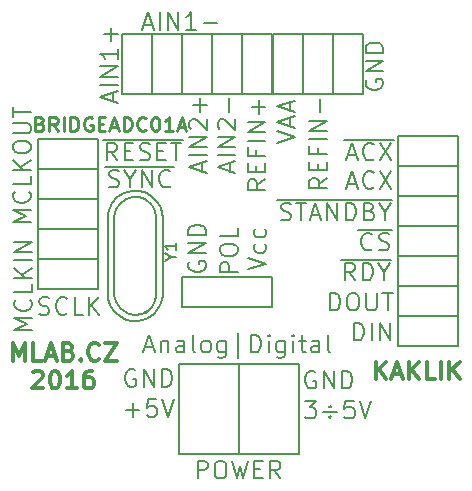
<source format=gbr>
G04 #@! TF.FileFunction,Legend,Top*
%FSLAX46Y46*%
G04 Gerber Fmt 4.6, Leading zero omitted, Abs format (unit mm)*
G04 Created by KiCad (PCBNEW (2015-05-13 BZR 5653)-product) date 7. 1. 2016 10:50:59*
%MOMM*%
G01*
G04 APERTURE LIST*
%ADD10C,0.150000*%
%ADD11C,0.300000*%
%ADD12C,0.250000*%
%ADD13C,0.200000*%
%ADD14R,1.924000X1.924000*%
%ADD15C,6.400000*%
%ADD16C,1.901140*%
G04 APERTURE END LIST*
D10*
D11*
X122650572Y-105048929D02*
X122722001Y-104977500D01*
X122864858Y-104906071D01*
X123222001Y-104906071D01*
X123364858Y-104977500D01*
X123436287Y-105048929D01*
X123507715Y-105191786D01*
X123507715Y-105334643D01*
X123436287Y-105548929D01*
X122579144Y-106406071D01*
X123507715Y-106406071D01*
X124436286Y-104906071D02*
X124579143Y-104906071D01*
X124722000Y-104977500D01*
X124793429Y-105048929D01*
X124864858Y-105191786D01*
X124936286Y-105477500D01*
X124936286Y-105834643D01*
X124864858Y-106120357D01*
X124793429Y-106263214D01*
X124722000Y-106334643D01*
X124579143Y-106406071D01*
X124436286Y-106406071D01*
X124293429Y-106334643D01*
X124222000Y-106263214D01*
X124150572Y-106120357D01*
X124079143Y-105834643D01*
X124079143Y-105477500D01*
X124150572Y-105191786D01*
X124222000Y-105048929D01*
X124293429Y-104977500D01*
X124436286Y-104906071D01*
X126364857Y-106406071D02*
X125507714Y-106406071D01*
X125936286Y-106406071D02*
X125936286Y-104906071D01*
X125793429Y-105120357D01*
X125650571Y-105263214D01*
X125507714Y-105334643D01*
X127650571Y-104906071D02*
X127364857Y-104906071D01*
X127222000Y-104977500D01*
X127150571Y-105048929D01*
X127007714Y-105263214D01*
X126936285Y-105548929D01*
X126936285Y-106120357D01*
X127007714Y-106263214D01*
X127079142Y-106334643D01*
X127222000Y-106406071D01*
X127507714Y-106406071D01*
X127650571Y-106334643D01*
X127722000Y-106263214D01*
X127793428Y-106120357D01*
X127793428Y-105763214D01*
X127722000Y-105620357D01*
X127650571Y-105548929D01*
X127507714Y-105477500D01*
X127222000Y-105477500D01*
X127079142Y-105548929D01*
X127007714Y-105620357D01*
X126936285Y-105763214D01*
D12*
X123244715Y-83988286D02*
X123416144Y-84045429D01*
X123473287Y-84102571D01*
X123530430Y-84216857D01*
X123530430Y-84388286D01*
X123473287Y-84502571D01*
X123416144Y-84559714D01*
X123301858Y-84616857D01*
X122844715Y-84616857D01*
X122844715Y-83416857D01*
X123244715Y-83416857D01*
X123359001Y-83474000D01*
X123416144Y-83531143D01*
X123473287Y-83645429D01*
X123473287Y-83759714D01*
X123416144Y-83874000D01*
X123359001Y-83931143D01*
X123244715Y-83988286D01*
X122844715Y-83988286D01*
X124730430Y-84616857D02*
X124330430Y-84045429D01*
X124044715Y-84616857D02*
X124044715Y-83416857D01*
X124501858Y-83416857D01*
X124616144Y-83474000D01*
X124673287Y-83531143D01*
X124730430Y-83645429D01*
X124730430Y-83816857D01*
X124673287Y-83931143D01*
X124616144Y-83988286D01*
X124501858Y-84045429D01*
X124044715Y-84045429D01*
X125244715Y-84616857D02*
X125244715Y-83416857D01*
X125816144Y-84616857D02*
X125816144Y-83416857D01*
X126101859Y-83416857D01*
X126273287Y-83474000D01*
X126387573Y-83588286D01*
X126444716Y-83702571D01*
X126501859Y-83931143D01*
X126501859Y-84102571D01*
X126444716Y-84331143D01*
X126387573Y-84445429D01*
X126273287Y-84559714D01*
X126101859Y-84616857D01*
X125816144Y-84616857D01*
X127644716Y-83474000D02*
X127530430Y-83416857D01*
X127359001Y-83416857D01*
X127187573Y-83474000D01*
X127073287Y-83588286D01*
X127016144Y-83702571D01*
X126959001Y-83931143D01*
X126959001Y-84102571D01*
X127016144Y-84331143D01*
X127073287Y-84445429D01*
X127187573Y-84559714D01*
X127359001Y-84616857D01*
X127473287Y-84616857D01*
X127644716Y-84559714D01*
X127701859Y-84502571D01*
X127701859Y-84102571D01*
X127473287Y-84102571D01*
X128216144Y-83988286D02*
X128616144Y-83988286D01*
X128787573Y-84616857D02*
X128216144Y-84616857D01*
X128216144Y-83416857D01*
X128787573Y-83416857D01*
X129244715Y-84274000D02*
X129816144Y-84274000D01*
X129130430Y-84616857D02*
X129530430Y-83416857D01*
X129930430Y-84616857D01*
X130330429Y-84616857D02*
X130330429Y-83416857D01*
X130616144Y-83416857D01*
X130787572Y-83474000D01*
X130901858Y-83588286D01*
X130959001Y-83702571D01*
X131016144Y-83931143D01*
X131016144Y-84102571D01*
X130959001Y-84331143D01*
X130901858Y-84445429D01*
X130787572Y-84559714D01*
X130616144Y-84616857D01*
X130330429Y-84616857D01*
X132216144Y-84502571D02*
X132159001Y-84559714D01*
X131987572Y-84616857D01*
X131873286Y-84616857D01*
X131701858Y-84559714D01*
X131587572Y-84445429D01*
X131530429Y-84331143D01*
X131473286Y-84102571D01*
X131473286Y-83931143D01*
X131530429Y-83702571D01*
X131587572Y-83588286D01*
X131701858Y-83474000D01*
X131873286Y-83416857D01*
X131987572Y-83416857D01*
X132159001Y-83474000D01*
X132216144Y-83531143D01*
X132959001Y-83416857D02*
X133073286Y-83416857D01*
X133187572Y-83474000D01*
X133244715Y-83531143D01*
X133301858Y-83645429D01*
X133359001Y-83874000D01*
X133359001Y-84159714D01*
X133301858Y-84388286D01*
X133244715Y-84502571D01*
X133187572Y-84559714D01*
X133073286Y-84616857D01*
X132959001Y-84616857D01*
X132844715Y-84559714D01*
X132787572Y-84502571D01*
X132730429Y-84388286D01*
X132673286Y-84159714D01*
X132673286Y-83874000D01*
X132730429Y-83645429D01*
X132787572Y-83531143D01*
X132844715Y-83474000D01*
X132959001Y-83416857D01*
X134501858Y-84616857D02*
X133816143Y-84616857D01*
X134159001Y-84616857D02*
X134159001Y-83416857D01*
X134044715Y-83588286D01*
X133930429Y-83702571D01*
X133816143Y-83759714D01*
X134959000Y-84274000D02*
X135530429Y-84274000D01*
X134844715Y-84616857D02*
X135244715Y-83416857D01*
X135644715Y-84616857D01*
D11*
X151694000Y-105644071D02*
X151694000Y-104144071D01*
X152551143Y-105644071D02*
X151908286Y-104786929D01*
X152551143Y-104144071D02*
X151694000Y-105001214D01*
X153122571Y-105215500D02*
X153836857Y-105215500D01*
X152979714Y-105644071D02*
X153479714Y-104144071D01*
X153979714Y-105644071D01*
X154479714Y-105644071D02*
X154479714Y-104144071D01*
X155336857Y-105644071D02*
X154694000Y-104786929D01*
X155336857Y-104144071D02*
X154479714Y-105001214D01*
X156694000Y-105644071D02*
X155979714Y-105644071D01*
X155979714Y-104144071D01*
X157194000Y-105644071D02*
X157194000Y-104144071D01*
X157908286Y-105644071D02*
X157908286Y-104144071D01*
X158765429Y-105644071D02*
X158122572Y-104786929D01*
X158765429Y-104144071D02*
X157908286Y-105001214D01*
X120964072Y-104056571D02*
X120964072Y-102556571D01*
X121464072Y-103628000D01*
X121964072Y-102556571D01*
X121964072Y-104056571D01*
X123392644Y-104056571D02*
X122678358Y-104056571D01*
X122678358Y-102556571D01*
X123821215Y-103628000D02*
X124535501Y-103628000D01*
X123678358Y-104056571D02*
X124178358Y-102556571D01*
X124678358Y-104056571D01*
X125678358Y-103270857D02*
X125892644Y-103342286D01*
X125964072Y-103413714D01*
X126035501Y-103556571D01*
X126035501Y-103770857D01*
X125964072Y-103913714D01*
X125892644Y-103985143D01*
X125749786Y-104056571D01*
X125178358Y-104056571D01*
X125178358Y-102556571D01*
X125678358Y-102556571D01*
X125821215Y-102628000D01*
X125892644Y-102699429D01*
X125964072Y-102842286D01*
X125964072Y-102985143D01*
X125892644Y-103128000D01*
X125821215Y-103199429D01*
X125678358Y-103270857D01*
X125178358Y-103270857D01*
X126678358Y-103913714D02*
X126749786Y-103985143D01*
X126678358Y-104056571D01*
X126606929Y-103985143D01*
X126678358Y-103913714D01*
X126678358Y-104056571D01*
X128249787Y-103913714D02*
X128178358Y-103985143D01*
X127964072Y-104056571D01*
X127821215Y-104056571D01*
X127606930Y-103985143D01*
X127464072Y-103842286D01*
X127392644Y-103699429D01*
X127321215Y-103413714D01*
X127321215Y-103199429D01*
X127392644Y-102913714D01*
X127464072Y-102770857D01*
X127606930Y-102628000D01*
X127821215Y-102556571D01*
X127964072Y-102556571D01*
X128178358Y-102628000D01*
X128249787Y-102699429D01*
X128749787Y-102556571D02*
X129749787Y-102556571D01*
X128749787Y-104056571D01*
X129749787Y-104056571D01*
D10*
X136601714Y-114027571D02*
X136601714Y-112527571D01*
X137173142Y-112527571D01*
X137316000Y-112599000D01*
X137387428Y-112670429D01*
X137458857Y-112813286D01*
X137458857Y-113027571D01*
X137387428Y-113170429D01*
X137316000Y-113241857D01*
X137173142Y-113313286D01*
X136601714Y-113313286D01*
X138387428Y-112527571D02*
X138673142Y-112527571D01*
X138816000Y-112599000D01*
X138958857Y-112741857D01*
X139030285Y-113027571D01*
X139030285Y-113527571D01*
X138958857Y-113813286D01*
X138816000Y-113956143D01*
X138673142Y-114027571D01*
X138387428Y-114027571D01*
X138244571Y-113956143D01*
X138101714Y-113813286D01*
X138030285Y-113527571D01*
X138030285Y-113027571D01*
X138101714Y-112741857D01*
X138244571Y-112599000D01*
X138387428Y-112527571D01*
X139530286Y-112527571D02*
X139887429Y-114027571D01*
X140173143Y-112956143D01*
X140458857Y-114027571D01*
X140816000Y-112527571D01*
X141387429Y-113241857D02*
X141887429Y-113241857D01*
X142101715Y-114027571D02*
X141387429Y-114027571D01*
X141387429Y-112527571D01*
X142101715Y-112527571D01*
X143601715Y-114027571D02*
X143101715Y-113313286D01*
X142744572Y-114027571D02*
X142744572Y-112527571D01*
X143316000Y-112527571D01*
X143458858Y-112599000D01*
X143530286Y-112670429D01*
X143601715Y-112813286D01*
X143601715Y-113027571D01*
X143530286Y-113170429D01*
X143458858Y-113241857D01*
X143316000Y-113313286D01*
X142744572Y-113313286D01*
X140895571Y-96338714D02*
X142395571Y-95838714D01*
X140895571Y-95338714D01*
X142324143Y-94195857D02*
X142395571Y-94338714D01*
X142395571Y-94624428D01*
X142324143Y-94767286D01*
X142252714Y-94838714D01*
X142109857Y-94910143D01*
X141681286Y-94910143D01*
X141538429Y-94838714D01*
X141467000Y-94767286D01*
X141395571Y-94624428D01*
X141395571Y-94338714D01*
X141467000Y-94195857D01*
X142324143Y-92910143D02*
X142395571Y-93053000D01*
X142395571Y-93338714D01*
X142324143Y-93481572D01*
X142252714Y-93553000D01*
X142109857Y-93624429D01*
X141681286Y-93624429D01*
X141538429Y-93553000D01*
X141467000Y-93481572D01*
X141395571Y-93338714D01*
X141395571Y-93053000D01*
X141467000Y-92910143D01*
X135887000Y-95695857D02*
X135815571Y-95838714D01*
X135815571Y-96053000D01*
X135887000Y-96267285D01*
X136029857Y-96410143D01*
X136172714Y-96481571D01*
X136458429Y-96553000D01*
X136672714Y-96553000D01*
X136958429Y-96481571D01*
X137101286Y-96410143D01*
X137244143Y-96267285D01*
X137315571Y-96053000D01*
X137315571Y-95910143D01*
X137244143Y-95695857D01*
X137172714Y-95624428D01*
X136672714Y-95624428D01*
X136672714Y-95910143D01*
X137315571Y-94981571D02*
X135815571Y-94981571D01*
X137315571Y-94124428D01*
X135815571Y-94124428D01*
X137315571Y-93410142D02*
X135815571Y-93410142D01*
X135815571Y-93052999D01*
X135887000Y-92838714D01*
X136029857Y-92695856D01*
X136172714Y-92624428D01*
X136458429Y-92552999D01*
X136672714Y-92552999D01*
X136958429Y-92624428D01*
X137101286Y-92695856D01*
X137244143Y-92838714D01*
X137315571Y-93052999D01*
X137315571Y-93410142D01*
X146543143Y-104979000D02*
X146400286Y-104907571D01*
X146186000Y-104907571D01*
X145971715Y-104979000D01*
X145828857Y-105121857D01*
X145757429Y-105264714D01*
X145686000Y-105550429D01*
X145686000Y-105764714D01*
X145757429Y-106050429D01*
X145828857Y-106193286D01*
X145971715Y-106336143D01*
X146186000Y-106407571D01*
X146328857Y-106407571D01*
X146543143Y-106336143D01*
X146614572Y-106264714D01*
X146614572Y-105764714D01*
X146328857Y-105764714D01*
X147257429Y-106407571D02*
X147257429Y-104907571D01*
X148114572Y-106407571D01*
X148114572Y-104907571D01*
X148828858Y-106407571D02*
X148828858Y-104907571D01*
X149186001Y-104907571D01*
X149400286Y-104979000D01*
X149543144Y-105121857D01*
X149614572Y-105264714D01*
X149686001Y-105550429D01*
X149686001Y-105764714D01*
X149614572Y-106050429D01*
X149543144Y-106193286D01*
X149400286Y-106336143D01*
X149186001Y-106407571D01*
X148828858Y-106407571D01*
X131303143Y-104852000D02*
X131160286Y-104780571D01*
X130946000Y-104780571D01*
X130731715Y-104852000D01*
X130588857Y-104994857D01*
X130517429Y-105137714D01*
X130446000Y-105423429D01*
X130446000Y-105637714D01*
X130517429Y-105923429D01*
X130588857Y-106066286D01*
X130731715Y-106209143D01*
X130946000Y-106280571D01*
X131088857Y-106280571D01*
X131303143Y-106209143D01*
X131374572Y-106137714D01*
X131374572Y-105637714D01*
X131088857Y-105637714D01*
X132017429Y-106280571D02*
X132017429Y-104780571D01*
X132874572Y-106280571D01*
X132874572Y-104780571D01*
X133588858Y-106280571D02*
X133588858Y-104780571D01*
X133946001Y-104780571D01*
X134160286Y-104852000D01*
X134303144Y-104994857D01*
X134374572Y-105137714D01*
X134446001Y-105423429D01*
X134446001Y-105637714D01*
X134374572Y-105923429D01*
X134303144Y-106066286D01*
X134160286Y-106209143D01*
X133946001Y-106280571D01*
X133588858Y-106280571D01*
D13*
X132117571Y-102931000D02*
X132831857Y-102931000D01*
X131974714Y-103359571D02*
X132474714Y-101859571D01*
X132974714Y-103359571D01*
X133474714Y-102359571D02*
X133474714Y-103359571D01*
X133474714Y-102502429D02*
X133546142Y-102431000D01*
X133689000Y-102359571D01*
X133903285Y-102359571D01*
X134046142Y-102431000D01*
X134117571Y-102573857D01*
X134117571Y-103359571D01*
X135474714Y-103359571D02*
X135474714Y-102573857D01*
X135403285Y-102431000D01*
X135260428Y-102359571D01*
X134974714Y-102359571D01*
X134831857Y-102431000D01*
X135474714Y-103288143D02*
X135331857Y-103359571D01*
X134974714Y-103359571D01*
X134831857Y-103288143D01*
X134760428Y-103145286D01*
X134760428Y-103002429D01*
X134831857Y-102859571D01*
X134974714Y-102788143D01*
X135331857Y-102788143D01*
X135474714Y-102716714D01*
X136403286Y-103359571D02*
X136260428Y-103288143D01*
X136189000Y-103145286D01*
X136189000Y-101859571D01*
X137189000Y-103359571D02*
X137046142Y-103288143D01*
X136974714Y-103216714D01*
X136903285Y-103073857D01*
X136903285Y-102645286D01*
X136974714Y-102502429D01*
X137046142Y-102431000D01*
X137189000Y-102359571D01*
X137403285Y-102359571D01*
X137546142Y-102431000D01*
X137617571Y-102502429D01*
X137689000Y-102645286D01*
X137689000Y-103073857D01*
X137617571Y-103216714D01*
X137546142Y-103288143D01*
X137403285Y-103359571D01*
X137189000Y-103359571D01*
X138974714Y-102359571D02*
X138974714Y-103573857D01*
X138903285Y-103716714D01*
X138831857Y-103788143D01*
X138689000Y-103859571D01*
X138474714Y-103859571D01*
X138331857Y-103788143D01*
X138974714Y-103288143D02*
X138831857Y-103359571D01*
X138546143Y-103359571D01*
X138403285Y-103288143D01*
X138331857Y-103216714D01*
X138260428Y-103073857D01*
X138260428Y-102645286D01*
X138331857Y-102502429D01*
X138403285Y-102431000D01*
X138546143Y-102359571D01*
X138831857Y-102359571D01*
X138974714Y-102431000D01*
X140046143Y-103859571D02*
X140046143Y-101716714D01*
X141117571Y-103359571D02*
X141117571Y-101859571D01*
X141474714Y-101859571D01*
X141688999Y-101931000D01*
X141831857Y-102073857D01*
X141903285Y-102216714D01*
X141974714Y-102502429D01*
X141974714Y-102716714D01*
X141903285Y-103002429D01*
X141831857Y-103145286D01*
X141688999Y-103288143D01*
X141474714Y-103359571D01*
X141117571Y-103359571D01*
X142617571Y-103359571D02*
X142617571Y-102359571D01*
X142617571Y-101859571D02*
X142546142Y-101931000D01*
X142617571Y-102002429D01*
X142688999Y-101931000D01*
X142617571Y-101859571D01*
X142617571Y-102002429D01*
X143974714Y-102359571D02*
X143974714Y-103573857D01*
X143903285Y-103716714D01*
X143831857Y-103788143D01*
X143689000Y-103859571D01*
X143474714Y-103859571D01*
X143331857Y-103788143D01*
X143974714Y-103288143D02*
X143831857Y-103359571D01*
X143546143Y-103359571D01*
X143403285Y-103288143D01*
X143331857Y-103216714D01*
X143260428Y-103073857D01*
X143260428Y-102645286D01*
X143331857Y-102502429D01*
X143403285Y-102431000D01*
X143546143Y-102359571D01*
X143831857Y-102359571D01*
X143974714Y-102431000D01*
X144689000Y-103359571D02*
X144689000Y-102359571D01*
X144689000Y-101859571D02*
X144617571Y-101931000D01*
X144689000Y-102002429D01*
X144760428Y-101931000D01*
X144689000Y-101859571D01*
X144689000Y-102002429D01*
X145189000Y-102359571D02*
X145760429Y-102359571D01*
X145403286Y-101859571D02*
X145403286Y-103145286D01*
X145474714Y-103288143D01*
X145617572Y-103359571D01*
X145760429Y-103359571D01*
X146903286Y-103359571D02*
X146903286Y-102573857D01*
X146831857Y-102431000D01*
X146689000Y-102359571D01*
X146403286Y-102359571D01*
X146260429Y-102431000D01*
X146903286Y-103288143D02*
X146760429Y-103359571D01*
X146403286Y-103359571D01*
X146260429Y-103288143D01*
X146189000Y-103145286D01*
X146189000Y-103002429D01*
X146260429Y-102859571D01*
X146403286Y-102788143D01*
X146760429Y-102788143D01*
X146903286Y-102716714D01*
X147831858Y-103359571D02*
X147689000Y-103288143D01*
X147617572Y-103145286D01*
X147617572Y-101859571D01*
D10*
X132763500Y-76392000D02*
X135303500Y-76392000D01*
X135303500Y-76392000D02*
X135303500Y-81472000D01*
X135303500Y-81472000D02*
X132763500Y-81472000D01*
X132763500Y-81472000D02*
X132763500Y-76392000D01*
X145146000Y-111952000D02*
X140066000Y-111952000D01*
X140066000Y-111952000D02*
X140066000Y-104332000D01*
X140066000Y-104332000D02*
X145146000Y-104332000D01*
X145146000Y-104332000D02*
X145146000Y-111952000D01*
X153528000Y-90108000D02*
X153528000Y-87568000D01*
X153528000Y-87568000D02*
X158608000Y-87568000D01*
X158608000Y-87568000D02*
X158608000Y-90108000D01*
X158608000Y-90108000D02*
X153528000Y-90108000D01*
X153528000Y-87568000D02*
X153528000Y-85028000D01*
X153528000Y-85028000D02*
X158608000Y-85028000D01*
X158608000Y-85028000D02*
X158608000Y-87568000D01*
X158608000Y-87568000D02*
X153528000Y-87568000D01*
X130223500Y-76392000D02*
X132763500Y-76392000D01*
X132763500Y-76392000D02*
X132763500Y-81472000D01*
X132763500Y-81472000D02*
X130223500Y-81472000D01*
X130223500Y-81472000D02*
X130223500Y-76392000D01*
X135303500Y-76392000D02*
X137843500Y-76392000D01*
X137843500Y-76392000D02*
X137843500Y-81472000D01*
X137843500Y-81472000D02*
X135303500Y-81472000D01*
X135303500Y-81472000D02*
X135303500Y-76392000D01*
X140383500Y-81472000D02*
X137843500Y-81472000D01*
X137843500Y-81472000D02*
X137843500Y-76392000D01*
X137843500Y-76392000D02*
X140383500Y-76392000D01*
X140383500Y-76392000D02*
X140383500Y-81472000D01*
X148018500Y-81470500D02*
X145478500Y-81470500D01*
X145478500Y-81470500D02*
X145478500Y-76390500D01*
X145478500Y-76390500D02*
X148018500Y-76390500D01*
X148018500Y-76390500D02*
X148018500Y-81470500D01*
X142923500Y-81472000D02*
X140383500Y-81472000D01*
X140383500Y-81472000D02*
X140383500Y-76392000D01*
X140383500Y-76392000D02*
X142923500Y-76392000D01*
X142923500Y-76392000D02*
X142923500Y-81472000D01*
X142860000Y-96966000D02*
X142860000Y-99506000D01*
X142860000Y-99506000D02*
X135240000Y-99506000D01*
X135240000Y-99506000D02*
X135240000Y-96966000D01*
X135240000Y-96966000D02*
X142860000Y-96966000D01*
X123048000Y-87822000D02*
X123048000Y-85282000D01*
X123048000Y-85282000D02*
X128128000Y-85282000D01*
X128128000Y-85282000D02*
X128128000Y-87822000D01*
X128128000Y-87822000D02*
X123048000Y-87822000D01*
X123048000Y-90362000D02*
X123048000Y-87822000D01*
X123048000Y-87822000D02*
X128128000Y-87822000D01*
X128128000Y-87822000D02*
X128128000Y-90362000D01*
X128128000Y-90362000D02*
X123048000Y-90362000D01*
X153528000Y-97728000D02*
X153528000Y-95188000D01*
X153528000Y-95188000D02*
X158608000Y-95188000D01*
X158608000Y-95188000D02*
X158608000Y-97728000D01*
X158608000Y-97728000D02*
X153528000Y-97728000D01*
X153528000Y-95188000D02*
X153528000Y-92648000D01*
X153528000Y-92648000D02*
X158608000Y-92648000D01*
X158608000Y-92648000D02*
X158608000Y-95188000D01*
X158608000Y-95188000D02*
X153528000Y-95188000D01*
X123048000Y-97982000D02*
X123048000Y-95442000D01*
X123048000Y-95442000D02*
X128128000Y-95442000D01*
X128128000Y-95442000D02*
X128128000Y-97982000D01*
X128128000Y-97982000D02*
X123048000Y-97982000D01*
X153528000Y-102808000D02*
X153528000Y-100268000D01*
X153528000Y-100268000D02*
X158608000Y-100268000D01*
X158608000Y-100268000D02*
X158608000Y-102808000D01*
X158608000Y-102808000D02*
X153528000Y-102808000D01*
X153528000Y-100268000D02*
X153528000Y-97728000D01*
X153528000Y-97728000D02*
X158608000Y-97728000D01*
X158608000Y-97728000D02*
X158608000Y-100268000D01*
X158608000Y-100268000D02*
X153528000Y-100268000D01*
X153528000Y-92648000D02*
X153528000Y-90108000D01*
X153528000Y-90108000D02*
X158608000Y-90108000D01*
X158608000Y-90108000D02*
X158608000Y-92648000D01*
X158608000Y-92648000D02*
X153528000Y-92648000D01*
X134986000Y-104332000D02*
X140066000Y-104332000D01*
X140066000Y-104332000D02*
X140066000Y-111952000D01*
X140066000Y-111952000D02*
X134986000Y-111952000D01*
X134986000Y-111952000D02*
X134986000Y-104332000D01*
X123048000Y-95442000D02*
X123048000Y-92902000D01*
X123048000Y-92902000D02*
X128128000Y-92902000D01*
X128128000Y-92902000D02*
X128128000Y-95442000D01*
X128128000Y-95442000D02*
X123048000Y-95442000D01*
X123048000Y-92902000D02*
X123048000Y-90362000D01*
X123048000Y-90362000D02*
X128128000Y-90362000D01*
X128128000Y-90362000D02*
X128128000Y-92902000D01*
X128128000Y-92902000D02*
X123048000Y-92902000D01*
X132303760Y-99887000D02*
X131902440Y-100087660D01*
X131902440Y-100087660D02*
X131303000Y-100189260D01*
X131303000Y-100189260D02*
X130802620Y-100087660D01*
X130802620Y-100087660D02*
X130104120Y-99688880D01*
X130104120Y-99688880D02*
X129702800Y-99086900D01*
X129702800Y-99086900D02*
X129502140Y-98487460D01*
X129502140Y-98487460D02*
X129502140Y-91888540D01*
X129502140Y-91888540D02*
X129702800Y-91187500D01*
X129702800Y-91187500D02*
X130002520Y-90788720D01*
X130002520Y-90788720D02*
X130502900Y-90387400D01*
X130502900Y-90387400D02*
X131102340Y-90186740D01*
X131102340Y-90186740D02*
X131602720Y-90186740D01*
X131602720Y-90186740D02*
X132103100Y-90387400D01*
X132103100Y-90387400D02*
X132702540Y-90887780D01*
X132702540Y-90887780D02*
X133002260Y-91388160D01*
X133002260Y-91388160D02*
X133103860Y-91888540D01*
X133103860Y-91987600D02*
X133103860Y-98589060D01*
X133103860Y-98589060D02*
X133002260Y-98987840D01*
X133002260Y-98987840D02*
X132702540Y-99488220D01*
X132702540Y-99488220D02*
X132202160Y-99988600D01*
X133632180Y-91997760D02*
X133583920Y-91538020D01*
X133583920Y-91538020D02*
X133472160Y-91139240D01*
X133472160Y-91139240D02*
X133253720Y-90707440D01*
X133253720Y-90707440D02*
X133022580Y-90417880D01*
X133022580Y-90417880D02*
X132672060Y-90087680D01*
X132672060Y-90087680D02*
X132133580Y-89798120D01*
X132133580Y-89798120D02*
X131534140Y-89668580D01*
X131534140Y-89668580D02*
X131023600Y-89668580D01*
X131023600Y-89668580D02*
X130322560Y-89838760D01*
X130322560Y-89838760D02*
X129733280Y-90237540D01*
X129733280Y-90237540D02*
X129362440Y-90697280D01*
X129362440Y-90697280D02*
X129154160Y-91118920D01*
X129154160Y-91118920D02*
X128994140Y-91568500D01*
X128994140Y-91568500D02*
X128963660Y-92007920D01*
X129182100Y-99348520D02*
X129403080Y-99726980D01*
X129403080Y-99726980D02*
X129682480Y-100047020D01*
X129682480Y-100047020D02*
X130012680Y-100298480D01*
X130012680Y-100298480D02*
X130563860Y-100598200D01*
X130563860Y-100598200D02*
X131033760Y-100707420D01*
X131033760Y-100707420D02*
X131493500Y-100727740D01*
X131493500Y-100727740D02*
X131953240Y-100638840D01*
X131953240Y-100638840D02*
X132402820Y-100448340D01*
X132402820Y-100448340D02*
X132872720Y-100087660D01*
X132872720Y-100087660D02*
X133192760Y-99737140D01*
X133192760Y-99737140D02*
X133423900Y-99348520D01*
X133423900Y-99348520D02*
X133563600Y-98919260D01*
X133563600Y-98919260D02*
X133632180Y-98477300D01*
X128973820Y-91987600D02*
X128973820Y-98439200D01*
X128973820Y-98439200D02*
X129011920Y-98858300D01*
X129011920Y-98858300D02*
X129182100Y-99348520D01*
X133632180Y-91987600D02*
X133632180Y-98439200D01*
X142938500Y-76390500D02*
X145478500Y-76390500D01*
X145478500Y-76390500D02*
X145478500Y-81470500D01*
X145478500Y-81470500D02*
X142938500Y-81470500D01*
X142938500Y-81470500D02*
X142938500Y-76390500D01*
X148018500Y-76390500D02*
X150558500Y-76390500D01*
X150558500Y-76390500D02*
X150558500Y-81470500D01*
X150558500Y-81470500D02*
X148018500Y-81470500D01*
X148018500Y-81470500D02*
X148018500Y-76390500D01*
X132033643Y-75626000D02*
X132747929Y-75626000D01*
X131890786Y-76054571D02*
X132390786Y-74554571D01*
X132890786Y-76054571D01*
X133390786Y-76054571D02*
X133390786Y-74554571D01*
X134105072Y-76054571D02*
X134105072Y-74554571D01*
X134962215Y-76054571D01*
X134962215Y-74554571D01*
X136462215Y-76054571D02*
X135605072Y-76054571D01*
X136033644Y-76054571D02*
X136033644Y-74554571D01*
X135890787Y-74768857D01*
X135747929Y-74911714D01*
X135605072Y-74983143D01*
X137105072Y-75483143D02*
X138247929Y-75483143D01*
X145662287Y-107447571D02*
X146590858Y-107447571D01*
X146090858Y-108019000D01*
X146305144Y-108019000D01*
X146448001Y-108090429D01*
X146519430Y-108161857D01*
X146590858Y-108304714D01*
X146590858Y-108661857D01*
X146519430Y-108804714D01*
X146448001Y-108876143D01*
X146305144Y-108947571D01*
X145876572Y-108947571D01*
X145733715Y-108876143D01*
X145662287Y-108804714D01*
X148376572Y-108376143D02*
X147233715Y-108376143D01*
X147805143Y-108733286D02*
X147876572Y-108804714D01*
X147805143Y-108876143D01*
X147733715Y-108804714D01*
X147805143Y-108733286D01*
X147805143Y-108876143D01*
X147805143Y-107876143D02*
X147876572Y-107947571D01*
X147805143Y-108019000D01*
X147733715Y-107947571D01*
X147805143Y-107876143D01*
X147805143Y-108019000D01*
X149805144Y-107447571D02*
X149090858Y-107447571D01*
X149019429Y-108161857D01*
X149090858Y-108090429D01*
X149233715Y-108019000D01*
X149590858Y-108019000D01*
X149733715Y-108090429D01*
X149805144Y-108161857D01*
X149876572Y-108304714D01*
X149876572Y-108661857D01*
X149805144Y-108804714D01*
X149733715Y-108876143D01*
X149590858Y-108947571D01*
X149233715Y-108947571D01*
X149090858Y-108876143D01*
X149019429Y-108804714D01*
X150305143Y-107447571D02*
X150805143Y-108947571D01*
X151305143Y-107447571D01*
X149293572Y-89088000D02*
X150007858Y-89088000D01*
X149150715Y-89516571D02*
X149650715Y-88016571D01*
X150150715Y-89516571D01*
X151507858Y-89373714D02*
X151436429Y-89445143D01*
X151222143Y-89516571D01*
X151079286Y-89516571D01*
X150865001Y-89445143D01*
X150722143Y-89302286D01*
X150650715Y-89159429D01*
X150579286Y-88873714D01*
X150579286Y-88659429D01*
X150650715Y-88373714D01*
X150722143Y-88230857D01*
X150865001Y-88088000D01*
X151079286Y-88016571D01*
X151222143Y-88016571D01*
X151436429Y-88088000D01*
X151507858Y-88159429D01*
X152007858Y-88016571D02*
X153007858Y-89516571D01*
X153007858Y-88016571D02*
X152007858Y-89516571D01*
X149293572Y-86675000D02*
X150007858Y-86675000D01*
X149150715Y-87103571D02*
X149650715Y-85603571D01*
X150150715Y-87103571D01*
X151507858Y-86960714D02*
X151436429Y-87032143D01*
X151222143Y-87103571D01*
X151079286Y-87103571D01*
X150865001Y-87032143D01*
X150722143Y-86889286D01*
X150650715Y-86746429D01*
X150579286Y-86460714D01*
X150579286Y-86246429D01*
X150650715Y-85960714D01*
X150722143Y-85817857D01*
X150865001Y-85675000D01*
X151079286Y-85603571D01*
X151222143Y-85603571D01*
X151436429Y-85675000D01*
X151507858Y-85746429D01*
X152007858Y-85603571D02*
X153007858Y-87103571D01*
X153007858Y-85603571D02*
X152007858Y-87103571D01*
X149007858Y-85345000D02*
X153222143Y-85345000D01*
X129409000Y-82073357D02*
X129409000Y-81359071D01*
X129837571Y-82216214D02*
X128337571Y-81716214D01*
X129837571Y-81216214D01*
X129837571Y-80716214D02*
X128337571Y-80716214D01*
X129837571Y-80001928D02*
X128337571Y-80001928D01*
X129837571Y-79144785D01*
X128337571Y-79144785D01*
X129837571Y-77644785D02*
X129837571Y-78501928D01*
X129837571Y-78073356D02*
X128337571Y-78073356D01*
X128551857Y-78216213D01*
X128694714Y-78359071D01*
X128766143Y-78501928D01*
X129266143Y-77001928D02*
X129266143Y-75859071D01*
X129837571Y-76430500D02*
X128694714Y-76430500D01*
X136950500Y-88043857D02*
X136950500Y-87329571D01*
X137379071Y-88186714D02*
X135879071Y-87686714D01*
X137379071Y-87186714D01*
X137379071Y-86686714D02*
X135879071Y-86686714D01*
X137379071Y-85972428D02*
X135879071Y-85972428D01*
X137379071Y-85115285D01*
X135879071Y-85115285D01*
X136021929Y-84472428D02*
X135950500Y-84400999D01*
X135879071Y-84258142D01*
X135879071Y-83900999D01*
X135950500Y-83758142D01*
X136021929Y-83686713D01*
X136164786Y-83615285D01*
X136307643Y-83615285D01*
X136521929Y-83686713D01*
X137379071Y-84543856D01*
X137379071Y-83615285D01*
X136807643Y-82972428D02*
X136807643Y-81829571D01*
X137379071Y-82401000D02*
X136236214Y-82401000D01*
X139363500Y-88043857D02*
X139363500Y-87329571D01*
X139792071Y-88186714D02*
X138292071Y-87686714D01*
X139792071Y-87186714D01*
X139792071Y-86686714D02*
X138292071Y-86686714D01*
X139792071Y-85972428D02*
X138292071Y-85972428D01*
X139792071Y-85115285D01*
X138292071Y-85115285D01*
X138434929Y-84472428D02*
X138363500Y-84400999D01*
X138292071Y-84258142D01*
X138292071Y-83900999D01*
X138363500Y-83758142D01*
X138434929Y-83686713D01*
X138577786Y-83615285D01*
X138720643Y-83615285D01*
X138934929Y-83686713D01*
X139792071Y-84543856D01*
X139792071Y-83615285D01*
X139220643Y-82972428D02*
X139220643Y-81829571D01*
X147554071Y-88590071D02*
X146839786Y-89090071D01*
X147554071Y-89447214D02*
X146054071Y-89447214D01*
X146054071Y-88875786D01*
X146125500Y-88732928D01*
X146196929Y-88661500D01*
X146339786Y-88590071D01*
X146554071Y-88590071D01*
X146696929Y-88661500D01*
X146768357Y-88732928D01*
X146839786Y-88875786D01*
X146839786Y-89447214D01*
X146768357Y-87947214D02*
X146768357Y-87447214D01*
X147554071Y-87232928D02*
X147554071Y-87947214D01*
X146054071Y-87947214D01*
X146054071Y-87232928D01*
X146768357Y-86090071D02*
X146768357Y-86590071D01*
X147554071Y-86590071D02*
X146054071Y-86590071D01*
X146054071Y-85875785D01*
X147554071Y-85304357D02*
X146054071Y-85304357D01*
X147554071Y-84590071D02*
X146054071Y-84590071D01*
X147554071Y-83732928D01*
X146054071Y-83732928D01*
X146982643Y-83018642D02*
X146982643Y-81875785D01*
X142332071Y-88718571D02*
X141617786Y-89218571D01*
X142332071Y-89575714D02*
X140832071Y-89575714D01*
X140832071Y-89004286D01*
X140903500Y-88861428D01*
X140974929Y-88790000D01*
X141117786Y-88718571D01*
X141332071Y-88718571D01*
X141474929Y-88790000D01*
X141546357Y-88861428D01*
X141617786Y-89004286D01*
X141617786Y-89575714D01*
X141546357Y-88075714D02*
X141546357Y-87575714D01*
X142332071Y-87361428D02*
X142332071Y-88075714D01*
X140832071Y-88075714D01*
X140832071Y-87361428D01*
X141546357Y-86218571D02*
X141546357Y-86718571D01*
X142332071Y-86718571D02*
X140832071Y-86718571D01*
X140832071Y-86004285D01*
X142332071Y-85432857D02*
X140832071Y-85432857D01*
X142332071Y-84718571D02*
X140832071Y-84718571D01*
X142332071Y-83861428D01*
X140832071Y-83861428D01*
X141760643Y-83147142D02*
X141760643Y-82004285D01*
X142332071Y-82575714D02*
X141189214Y-82575714D01*
X139982571Y-96592714D02*
X138482571Y-96592714D01*
X138482571Y-96021286D01*
X138554000Y-95878428D01*
X138625429Y-95807000D01*
X138768286Y-95735571D01*
X138982571Y-95735571D01*
X139125429Y-95807000D01*
X139196857Y-95878428D01*
X139268286Y-96021286D01*
X139268286Y-96592714D01*
X138482571Y-94807000D02*
X138482571Y-94521286D01*
X138554000Y-94378428D01*
X138696857Y-94235571D01*
X138982571Y-94164143D01*
X139482571Y-94164143D01*
X139768286Y-94235571D01*
X139911143Y-94378428D01*
X139982571Y-94521286D01*
X139982571Y-94807000D01*
X139911143Y-94949857D01*
X139768286Y-95092714D01*
X139482571Y-95164143D01*
X138982571Y-95164143D01*
X138696857Y-95092714D01*
X138554000Y-94949857D01*
X138482571Y-94807000D01*
X139982571Y-92806999D02*
X139982571Y-93521285D01*
X138482571Y-93521285D01*
X129759429Y-87103571D02*
X129259429Y-86389286D01*
X128902286Y-87103571D02*
X128902286Y-85603571D01*
X129473714Y-85603571D01*
X129616572Y-85675000D01*
X129688000Y-85746429D01*
X129759429Y-85889286D01*
X129759429Y-86103571D01*
X129688000Y-86246429D01*
X129616572Y-86317857D01*
X129473714Y-86389286D01*
X128902286Y-86389286D01*
X130402286Y-86317857D02*
X130902286Y-86317857D01*
X131116572Y-87103571D02*
X130402286Y-87103571D01*
X130402286Y-85603571D01*
X131116572Y-85603571D01*
X131688000Y-87032143D02*
X131902286Y-87103571D01*
X132259429Y-87103571D01*
X132402286Y-87032143D01*
X132473715Y-86960714D01*
X132545143Y-86817857D01*
X132545143Y-86675000D01*
X132473715Y-86532143D01*
X132402286Y-86460714D01*
X132259429Y-86389286D01*
X131973715Y-86317857D01*
X131830857Y-86246429D01*
X131759429Y-86175000D01*
X131688000Y-86032143D01*
X131688000Y-85889286D01*
X131759429Y-85746429D01*
X131830857Y-85675000D01*
X131973715Y-85603571D01*
X132330857Y-85603571D01*
X132545143Y-85675000D01*
X133188000Y-86317857D02*
X133688000Y-86317857D01*
X133902286Y-87103571D02*
X133188000Y-87103571D01*
X133188000Y-85603571D01*
X133902286Y-85603571D01*
X134330857Y-85603571D02*
X135188000Y-85603571D01*
X134759429Y-87103571D02*
X134759429Y-85603571D01*
X128545143Y-85345000D02*
X135330857Y-85345000D01*
X129076857Y-89318143D02*
X129291143Y-89389571D01*
X129648286Y-89389571D01*
X129791143Y-89318143D01*
X129862572Y-89246714D01*
X129934000Y-89103857D01*
X129934000Y-88961000D01*
X129862572Y-88818143D01*
X129791143Y-88746714D01*
X129648286Y-88675286D01*
X129362572Y-88603857D01*
X129219714Y-88532429D01*
X129148286Y-88461000D01*
X129076857Y-88318143D01*
X129076857Y-88175286D01*
X129148286Y-88032429D01*
X129219714Y-87961000D01*
X129362572Y-87889571D01*
X129719714Y-87889571D01*
X129934000Y-87961000D01*
X130862571Y-88675286D02*
X130862571Y-89389571D01*
X130362571Y-87889571D02*
X130862571Y-88675286D01*
X131362571Y-87889571D01*
X131862571Y-89389571D02*
X131862571Y-87889571D01*
X132719714Y-89389571D01*
X132719714Y-87889571D01*
X134291143Y-89246714D02*
X134219714Y-89318143D01*
X134005428Y-89389571D01*
X133862571Y-89389571D01*
X133648286Y-89318143D01*
X133505428Y-89175286D01*
X133434000Y-89032429D01*
X133362571Y-88746714D01*
X133362571Y-88532429D01*
X133434000Y-88246714D01*
X133505428Y-88103857D01*
X133648286Y-87961000D01*
X133862571Y-87889571D01*
X134005428Y-87889571D01*
X134219714Y-87961000D01*
X134291143Y-88032429D01*
X128791143Y-87631000D02*
X134576857Y-87631000D01*
X149932429Y-97263571D02*
X149432429Y-96549286D01*
X149075286Y-97263571D02*
X149075286Y-95763571D01*
X149646714Y-95763571D01*
X149789572Y-95835000D01*
X149861000Y-95906429D01*
X149932429Y-96049286D01*
X149932429Y-96263571D01*
X149861000Y-96406429D01*
X149789572Y-96477857D01*
X149646714Y-96549286D01*
X149075286Y-96549286D01*
X150575286Y-97263571D02*
X150575286Y-95763571D01*
X150932429Y-95763571D01*
X151146714Y-95835000D01*
X151289572Y-95977857D01*
X151361000Y-96120714D01*
X151432429Y-96406429D01*
X151432429Y-96620714D01*
X151361000Y-96906429D01*
X151289572Y-97049286D01*
X151146714Y-97192143D01*
X150932429Y-97263571D01*
X150575286Y-97263571D01*
X152361000Y-96549286D02*
X152361000Y-97263571D01*
X151861000Y-95763571D02*
X152361000Y-96549286D01*
X152861000Y-95763571D01*
X148718143Y-95505000D02*
X153003857Y-95505000D01*
X151373001Y-94580714D02*
X151301572Y-94652143D01*
X151087286Y-94723571D01*
X150944429Y-94723571D01*
X150730144Y-94652143D01*
X150587286Y-94509286D01*
X150515858Y-94366429D01*
X150444429Y-94080714D01*
X150444429Y-93866429D01*
X150515858Y-93580714D01*
X150587286Y-93437857D01*
X150730144Y-93295000D01*
X150944429Y-93223571D01*
X151087286Y-93223571D01*
X151301572Y-93295000D01*
X151373001Y-93366429D01*
X151944429Y-94652143D02*
X152158715Y-94723571D01*
X152515858Y-94723571D01*
X152658715Y-94652143D01*
X152730144Y-94580714D01*
X152801572Y-94437857D01*
X152801572Y-94295000D01*
X152730144Y-94152143D01*
X152658715Y-94080714D01*
X152515858Y-94009286D01*
X152230144Y-93937857D01*
X152087286Y-93866429D01*
X152015858Y-93795000D01*
X151944429Y-93652143D01*
X151944429Y-93509286D01*
X152015858Y-93366429D01*
X152087286Y-93295000D01*
X152230144Y-93223571D01*
X152587286Y-93223571D01*
X152801572Y-93295000D01*
X150158715Y-92965000D02*
X153087286Y-92965000D01*
X123179286Y-100113143D02*
X123393572Y-100184571D01*
X123750715Y-100184571D01*
X123893572Y-100113143D01*
X123965001Y-100041714D01*
X124036429Y-99898857D01*
X124036429Y-99756000D01*
X123965001Y-99613143D01*
X123893572Y-99541714D01*
X123750715Y-99470286D01*
X123465001Y-99398857D01*
X123322143Y-99327429D01*
X123250715Y-99256000D01*
X123179286Y-99113143D01*
X123179286Y-98970286D01*
X123250715Y-98827429D01*
X123322143Y-98756000D01*
X123465001Y-98684571D01*
X123822143Y-98684571D01*
X124036429Y-98756000D01*
X125536429Y-100041714D02*
X125465000Y-100113143D01*
X125250714Y-100184571D01*
X125107857Y-100184571D01*
X124893572Y-100113143D01*
X124750714Y-99970286D01*
X124679286Y-99827429D01*
X124607857Y-99541714D01*
X124607857Y-99327429D01*
X124679286Y-99041714D01*
X124750714Y-98898857D01*
X124893572Y-98756000D01*
X125107857Y-98684571D01*
X125250714Y-98684571D01*
X125465000Y-98756000D01*
X125536429Y-98827429D01*
X126893572Y-100184571D02*
X126179286Y-100184571D01*
X126179286Y-98684571D01*
X127393572Y-100184571D02*
X127393572Y-98684571D01*
X128250715Y-100184571D02*
X127607858Y-99327429D01*
X128250715Y-98684571D02*
X127393572Y-99541714D01*
X149833286Y-102343571D02*
X149833286Y-100843571D01*
X150190429Y-100843571D01*
X150404714Y-100915000D01*
X150547572Y-101057857D01*
X150619000Y-101200714D01*
X150690429Y-101486429D01*
X150690429Y-101700714D01*
X150619000Y-101986429D01*
X150547572Y-102129286D01*
X150404714Y-102272143D01*
X150190429Y-102343571D01*
X149833286Y-102343571D01*
X151333286Y-102343571D02*
X151333286Y-100843571D01*
X152047572Y-102343571D02*
X152047572Y-100843571D01*
X152904715Y-102343571D01*
X152904715Y-100843571D01*
X147817286Y-99803571D02*
X147817286Y-98303571D01*
X148174429Y-98303571D01*
X148388714Y-98375000D01*
X148531572Y-98517857D01*
X148603000Y-98660714D01*
X148674429Y-98946429D01*
X148674429Y-99160714D01*
X148603000Y-99446429D01*
X148531572Y-99589286D01*
X148388714Y-99732143D01*
X148174429Y-99803571D01*
X147817286Y-99803571D01*
X149603000Y-98303571D02*
X149888714Y-98303571D01*
X150031572Y-98375000D01*
X150174429Y-98517857D01*
X150245857Y-98803571D01*
X150245857Y-99303571D01*
X150174429Y-99589286D01*
X150031572Y-99732143D01*
X149888714Y-99803571D01*
X149603000Y-99803571D01*
X149460143Y-99732143D01*
X149317286Y-99589286D01*
X149245857Y-99303571D01*
X149245857Y-98803571D01*
X149317286Y-98517857D01*
X149460143Y-98375000D01*
X149603000Y-98303571D01*
X150888715Y-98303571D02*
X150888715Y-99517857D01*
X150960143Y-99660714D01*
X151031572Y-99732143D01*
X151174429Y-99803571D01*
X151460143Y-99803571D01*
X151603001Y-99732143D01*
X151674429Y-99660714D01*
X151745858Y-99517857D01*
X151745858Y-98303571D01*
X152245858Y-98303571D02*
X153103001Y-98303571D01*
X152674430Y-99803571D02*
X152674430Y-98303571D01*
X143637572Y-92112143D02*
X143851858Y-92183571D01*
X144209001Y-92183571D01*
X144351858Y-92112143D01*
X144423287Y-92040714D01*
X144494715Y-91897857D01*
X144494715Y-91755000D01*
X144423287Y-91612143D01*
X144351858Y-91540714D01*
X144209001Y-91469286D01*
X143923287Y-91397857D01*
X143780429Y-91326429D01*
X143709001Y-91255000D01*
X143637572Y-91112143D01*
X143637572Y-90969286D01*
X143709001Y-90826429D01*
X143780429Y-90755000D01*
X143923287Y-90683571D01*
X144280429Y-90683571D01*
X144494715Y-90755000D01*
X144923286Y-90683571D02*
X145780429Y-90683571D01*
X145351858Y-92183571D02*
X145351858Y-90683571D01*
X146209000Y-91755000D02*
X146923286Y-91755000D01*
X146066143Y-92183571D02*
X146566143Y-90683571D01*
X147066143Y-92183571D01*
X147566143Y-92183571D02*
X147566143Y-90683571D01*
X148423286Y-92183571D01*
X148423286Y-90683571D01*
X149137572Y-92183571D02*
X149137572Y-90683571D01*
X149494715Y-90683571D01*
X149709000Y-90755000D01*
X149851858Y-90897857D01*
X149923286Y-91040714D01*
X149994715Y-91326429D01*
X149994715Y-91540714D01*
X149923286Y-91826429D01*
X149851858Y-91969286D01*
X149709000Y-92112143D01*
X149494715Y-92183571D01*
X149137572Y-92183571D01*
X151137572Y-91397857D02*
X151351858Y-91469286D01*
X151423286Y-91540714D01*
X151494715Y-91683571D01*
X151494715Y-91897857D01*
X151423286Y-92040714D01*
X151351858Y-92112143D01*
X151209000Y-92183571D01*
X150637572Y-92183571D01*
X150637572Y-90683571D01*
X151137572Y-90683571D01*
X151280429Y-90755000D01*
X151351858Y-90826429D01*
X151423286Y-90969286D01*
X151423286Y-91112143D01*
X151351858Y-91255000D01*
X151280429Y-91326429D01*
X151137572Y-91397857D01*
X150637572Y-91397857D01*
X152423286Y-91469286D02*
X152423286Y-92183571D01*
X151923286Y-90683571D02*
X152423286Y-91469286D01*
X152923286Y-90683571D01*
X143351858Y-90425000D02*
X153066143Y-90425000D01*
X130517429Y-108249143D02*
X131660286Y-108249143D01*
X131088857Y-108820571D02*
X131088857Y-107677714D01*
X133088858Y-107320571D02*
X132374572Y-107320571D01*
X132303143Y-108034857D01*
X132374572Y-107963429D01*
X132517429Y-107892000D01*
X132874572Y-107892000D01*
X133017429Y-107963429D01*
X133088858Y-108034857D01*
X133160286Y-108177714D01*
X133160286Y-108534857D01*
X133088858Y-108677714D01*
X133017429Y-108749143D01*
X132874572Y-108820571D01*
X132517429Y-108820571D01*
X132374572Y-108749143D01*
X132303143Y-108677714D01*
X133588857Y-107320571D02*
X134088857Y-108820571D01*
X134588857Y-107320571D01*
X122583571Y-101478000D02*
X121083571Y-101478000D01*
X122155000Y-100978000D01*
X121083571Y-100478000D01*
X122583571Y-100478000D01*
X122440714Y-98906571D02*
X122512143Y-98978000D01*
X122583571Y-99192286D01*
X122583571Y-99335143D01*
X122512143Y-99549428D01*
X122369286Y-99692286D01*
X122226429Y-99763714D01*
X121940714Y-99835143D01*
X121726429Y-99835143D01*
X121440714Y-99763714D01*
X121297857Y-99692286D01*
X121155000Y-99549428D01*
X121083571Y-99335143D01*
X121083571Y-99192286D01*
X121155000Y-98978000D01*
X121226429Y-98906571D01*
X122583571Y-97549428D02*
X122583571Y-98263714D01*
X121083571Y-98263714D01*
X122583571Y-97049428D02*
X121083571Y-97049428D01*
X122583571Y-96192285D02*
X121726429Y-96835142D01*
X121083571Y-96192285D02*
X121940714Y-97049428D01*
X122583571Y-95549428D02*
X121083571Y-95549428D01*
X122583571Y-94835142D02*
X121083571Y-94835142D01*
X122583571Y-93977999D01*
X121083571Y-93977999D01*
X122456571Y-92318000D02*
X120956571Y-92318000D01*
X122028000Y-91818000D01*
X120956571Y-91318000D01*
X122456571Y-91318000D01*
X122313714Y-89746571D02*
X122385143Y-89818000D01*
X122456571Y-90032286D01*
X122456571Y-90175143D01*
X122385143Y-90389428D01*
X122242286Y-90532286D01*
X122099429Y-90603714D01*
X121813714Y-90675143D01*
X121599429Y-90675143D01*
X121313714Y-90603714D01*
X121170857Y-90532286D01*
X121028000Y-90389428D01*
X120956571Y-90175143D01*
X120956571Y-90032286D01*
X121028000Y-89818000D01*
X121099429Y-89746571D01*
X122456571Y-88389428D02*
X122456571Y-89103714D01*
X120956571Y-89103714D01*
X122456571Y-87889428D02*
X120956571Y-87889428D01*
X122456571Y-87032285D02*
X121599429Y-87675142D01*
X120956571Y-87032285D02*
X121813714Y-87889428D01*
X120956571Y-86103714D02*
X120956571Y-85818000D01*
X121028000Y-85675142D01*
X121170857Y-85532285D01*
X121456571Y-85460857D01*
X121956571Y-85460857D01*
X122242286Y-85532285D01*
X122385143Y-85675142D01*
X122456571Y-85818000D01*
X122456571Y-86103714D01*
X122385143Y-86246571D01*
X122242286Y-86389428D01*
X121956571Y-86460857D01*
X121456571Y-86460857D01*
X121170857Y-86389428D01*
X121028000Y-86246571D01*
X120956571Y-86103714D01*
X120956571Y-84817999D02*
X122170857Y-84817999D01*
X122313714Y-84746571D01*
X122385143Y-84675142D01*
X122456571Y-84532285D01*
X122456571Y-84246571D01*
X122385143Y-84103713D01*
X122313714Y-84032285D01*
X122170857Y-83960856D01*
X120956571Y-83960856D01*
X120956571Y-83460856D02*
X120956571Y-82603713D01*
X122456571Y-83032284D02*
X120956571Y-83032284D01*
X134327190Y-95283191D02*
X134803381Y-95283191D01*
X133803381Y-95616524D02*
X134327190Y-95283191D01*
X133803381Y-94949857D01*
X134803381Y-94092714D02*
X134803381Y-94664143D01*
X134803381Y-94378429D02*
X133803381Y-94378429D01*
X133946238Y-94473667D01*
X134041476Y-94568905D01*
X134089095Y-94664143D01*
X143323571Y-85605714D02*
X144823571Y-85105714D01*
X143323571Y-84605714D01*
X144395000Y-84177143D02*
X144395000Y-83462857D01*
X144823571Y-84320000D02*
X143323571Y-83820000D01*
X144823571Y-83320000D01*
X144395000Y-82891429D02*
X144395000Y-82177143D01*
X144823571Y-83034286D02*
X143323571Y-82534286D01*
X144823571Y-82034286D01*
X150888000Y-80263857D02*
X150816571Y-80406714D01*
X150816571Y-80621000D01*
X150888000Y-80835285D01*
X151030857Y-80978143D01*
X151173714Y-81049571D01*
X151459429Y-81121000D01*
X151673714Y-81121000D01*
X151959429Y-81049571D01*
X152102286Y-80978143D01*
X152245143Y-80835285D01*
X152316571Y-80621000D01*
X152316571Y-80478143D01*
X152245143Y-80263857D01*
X152173714Y-80192428D01*
X151673714Y-80192428D01*
X151673714Y-80478143D01*
X152316571Y-79549571D02*
X150816571Y-79549571D01*
X152316571Y-78692428D01*
X150816571Y-78692428D01*
X152316571Y-77978142D02*
X150816571Y-77978142D01*
X150816571Y-77620999D01*
X150888000Y-77406714D01*
X151030857Y-77263856D01*
X151173714Y-77192428D01*
X151459429Y-77120999D01*
X151673714Y-77120999D01*
X151959429Y-77192428D01*
X152102286Y-77263856D01*
X152245143Y-77406714D01*
X152316571Y-77620999D01*
X152316571Y-77978142D01*
%LPC*%
D14*
X134033500Y-80202000D03*
X134033500Y-77662000D03*
X143876000Y-110682000D03*
X141336000Y-110682000D03*
X143876000Y-108142000D03*
X141336000Y-108142000D03*
X143876000Y-105602000D03*
X141336000Y-105602000D03*
X157338000Y-88838000D03*
X154798000Y-88838000D03*
X157338000Y-86298000D03*
X154798000Y-86298000D03*
X131493500Y-80202000D03*
X131493500Y-77662000D03*
X136573500Y-80202000D03*
X136573500Y-77662000D03*
X139113500Y-77662000D03*
X139113500Y-80202000D03*
X146748500Y-77660500D03*
X146748500Y-80200500D03*
X141653500Y-77662000D03*
X141653500Y-80202000D03*
X136510000Y-98236000D03*
X139050000Y-98236000D03*
X141590000Y-98236000D03*
X126858000Y-86552000D03*
X124318000Y-86552000D03*
X126858000Y-89092000D03*
X124318000Y-89092000D03*
X157338000Y-96458000D03*
X154798000Y-96458000D03*
X157338000Y-93918000D03*
X154798000Y-93918000D03*
X126858000Y-96712000D03*
X124318000Y-96712000D03*
X157338000Y-101538000D03*
X154798000Y-101538000D03*
X157338000Y-98998000D03*
X154798000Y-98998000D03*
X157338000Y-91378000D03*
X154798000Y-91378000D03*
X136256000Y-105602000D03*
X138796000Y-105602000D03*
X136256000Y-108142000D03*
X138796000Y-108142000D03*
X136256000Y-110682000D03*
X138796000Y-110682000D03*
X126858000Y-94172000D03*
X124318000Y-94172000D03*
X126858000Y-91632000D03*
X124318000Y-91632000D03*
D15*
X155560000Y-79440000D03*
X155560000Y-109920000D03*
X125080000Y-79440000D03*
X125080000Y-109920000D03*
D16*
X131303000Y-92747060D03*
X131303000Y-97628940D03*
D14*
X144208500Y-80200500D03*
X144208500Y-77660500D03*
X149288500Y-80200500D03*
X149288500Y-77660500D03*
M02*

</source>
